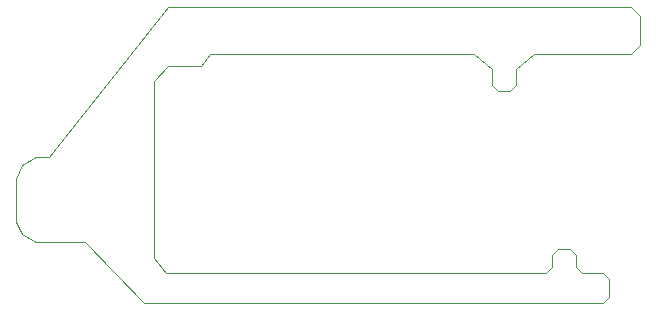
<source format=gbr>
%TF.GenerationSoftware,KiCad,Pcbnew,8.0.1*%
%TF.CreationDate,2024-03-29T07:39:29-07:00*%
%TF.ProjectId,V5LEDboard,56354c45-4462-46f6-9172-642e6b696361,rev?*%
%TF.SameCoordinates,Original*%
%TF.FileFunction,Profile,NP*%
%FSLAX46Y46*%
G04 Gerber Fmt 4.6, Leading zero omitted, Abs format (unit mm)*
G04 Created by KiCad (PCBNEW 8.0.1) date 2024-03-29 07:39:29*
%MOMM*%
%LPD*%
G01*
G04 APERTURE LIST*
%TA.AperFunction,Profile*%
%ADD10C,0.010000*%
%TD*%
G04 APERTURE END LIST*
D10*
X162687000Y-83489800D02*
X162687000Y-85902800D01*
X161925000Y-86664800D01*
X153670000Y-86664800D01*
X152146000Y-87934800D01*
X152146000Y-89331800D01*
X151638000Y-89839800D01*
X150622000Y-89839800D01*
X150111391Y-89331800D01*
X150114000Y-87934800D01*
X148590000Y-86664800D01*
X126238000Y-86664800D01*
X125476000Y-87680800D01*
X122682000Y-87680800D01*
X121539000Y-88950800D01*
X121539000Y-103936800D01*
X122555000Y-105206800D01*
X138684000Y-105206800D01*
X154686000Y-105206800D01*
X155194000Y-104698800D01*
X155194000Y-103682800D01*
X155702000Y-103174800D01*
X156718000Y-103174800D01*
X157226000Y-103682800D01*
X157226000Y-104698800D01*
X157734000Y-105206800D01*
X159512000Y-105206800D01*
X160020000Y-105714800D01*
X160020000Y-107238800D01*
X159512000Y-107746800D01*
X120650000Y-107746800D01*
X115697000Y-102616000D01*
X111506000Y-102616000D01*
X110363000Y-101981000D01*
X109804200Y-100888800D01*
X109804200Y-97282000D01*
X110363000Y-96139000D01*
X111506000Y-95427800D01*
X112649000Y-95427800D01*
X122710969Y-82727800D01*
X161925000Y-82727800D01*
X162687000Y-83489800D01*
M02*

</source>
